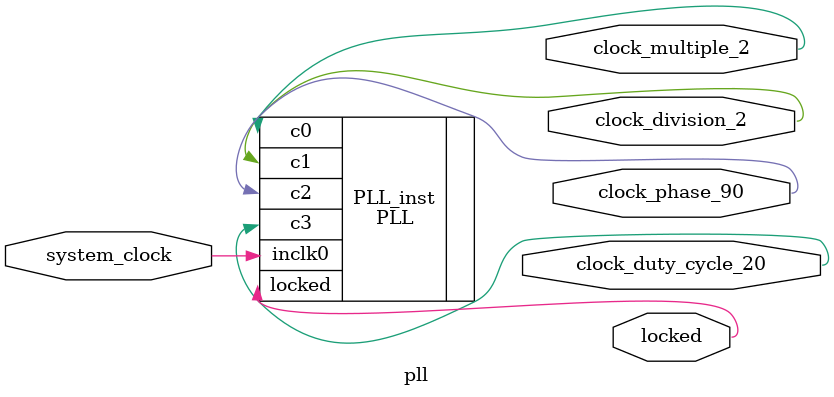
<source format=v>
module pll(
    input wire system_clock,
    
    output wire clock_multiple_2,
    output wire clock_division_2,
    output wire clock_phase_90,
    output wire clock_duty_cycle_20,
    output wire locked
);


PLL	PLL_inst (
	.inclk0 ( system_clock ),
	.c0 ( clock_multiple_2 ),
	.c1 ( clock_division_2 ),
	.c2 ( clock_phase_90 ),
	.c3 ( clock_duty_cycle_20 ),
	.locked ( locked )
	);

endmodule

</source>
